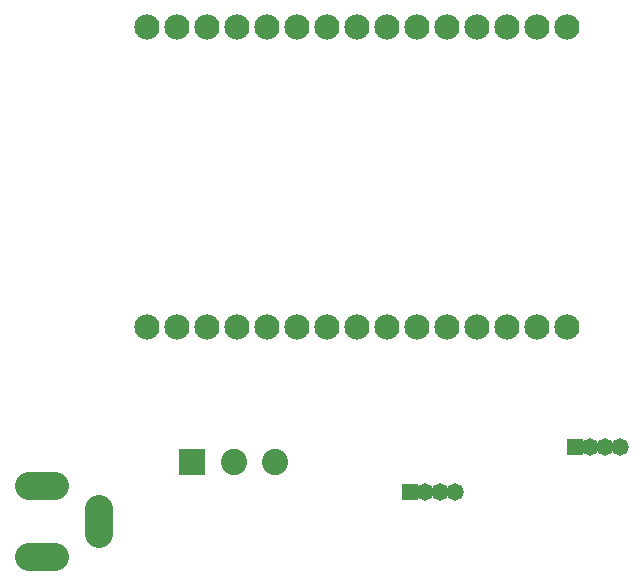
<source format=gbr>
G04 EAGLE Gerber RS-274X export*
G75*
%MOMM*%
%FSLAX34Y34*%
%LPD*%
%INSoldermask Bottom*%
%IPPOS*%
%AMOC8*
5,1,8,0,0,1.08239X$1,22.5*%
G01*
%ADD10C,2.133600*%
%ADD11C,2.387600*%
%ADD12R,2.228200X2.228200*%
%ADD13C,2.228200*%
%ADD14R,1.471200X1.471200*%
%ADD15C,1.471200*%


D10*
X165100Y241300D03*
X190500Y241300D03*
X215900Y241300D03*
X241300Y241300D03*
X266700Y241300D03*
X292100Y241300D03*
X317500Y241300D03*
X342900Y241300D03*
X368300Y241300D03*
X393700Y241300D03*
X419100Y241300D03*
X444500Y241300D03*
X469900Y241300D03*
X495300Y241300D03*
X520700Y241300D03*
X165100Y495300D03*
X190500Y495300D03*
X215900Y495300D03*
X241300Y495300D03*
X266700Y495300D03*
X292100Y495300D03*
X317500Y495300D03*
X342900Y495300D03*
X368300Y495300D03*
X393700Y495300D03*
X419100Y495300D03*
X444500Y495300D03*
X469900Y495300D03*
X495300Y495300D03*
X520700Y495300D03*
D11*
X124200Y87122D02*
X124200Y65278D01*
X87122Y46200D02*
X65278Y46200D01*
X65278Y106200D02*
X87122Y106200D01*
D12*
X203200Y127000D03*
D13*
X238200Y127000D03*
X273200Y127000D03*
D14*
X387350Y101600D03*
D15*
X400050Y101600D03*
X412750Y101600D03*
X425450Y101600D03*
D14*
X527050Y139700D03*
D15*
X539750Y139700D03*
X552450Y139700D03*
X565150Y139700D03*
M02*

</source>
